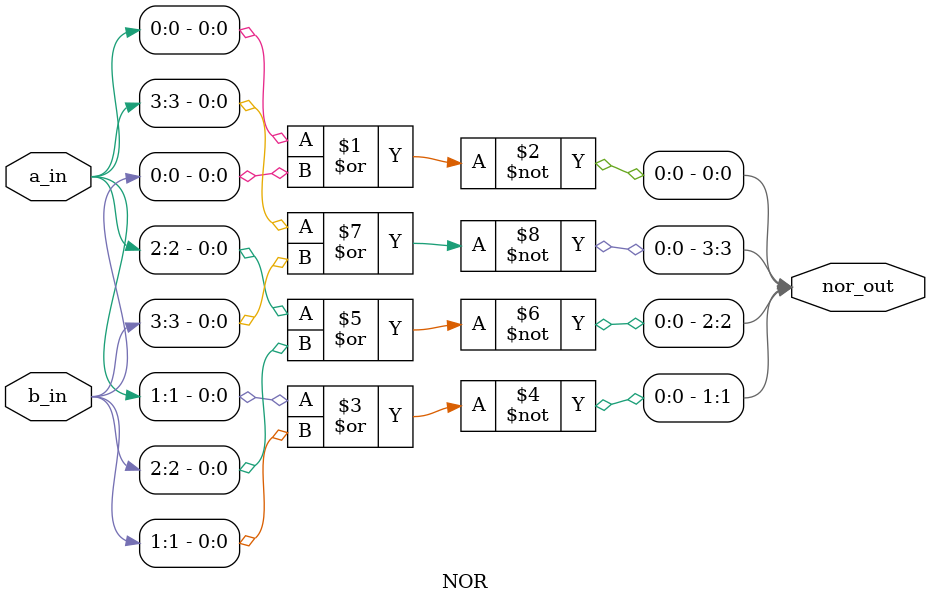
<source format=v>
module NOR(a_in, b_in, nor_out);
  parameter DATA_WIDTH = 4;
  input   [DATA_WIDTH-1:0] a_in, b_in;
  output  [DATA_WIDTH-1:0] nor_out;
  
  genvar i;
  generate
    for(i = 0; i < DATA_WIDTH; i = i + 1) begin
      nor Nor(nor_out[i], a_in[i], b_in[i]);
    end
  endgenerate
  
  
endmodule





</source>
